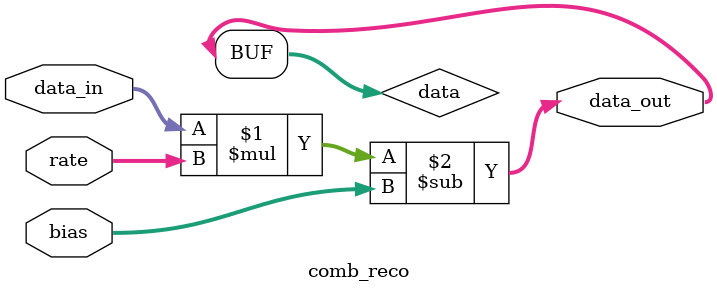
<source format=v>


module comb_reco#(
    parameter bitwidth  =32,
	parameter inputBitwidth =16
)(
    input [bitwidth-1:0]data_in,
    input [inputBitwidth-1:0]bias,
	input [inputBitwidth-1:0]rate,
	//input [inputBitwidth-1:0]mu,
    //input valid,
    output [bitwidth-1:0]data_out
);

    wire [bitwidth-1:0] data;
    /*combination logic*/

    assign data=data_in*rate-bias;


    assign data_out=data;

endmodule

</source>
